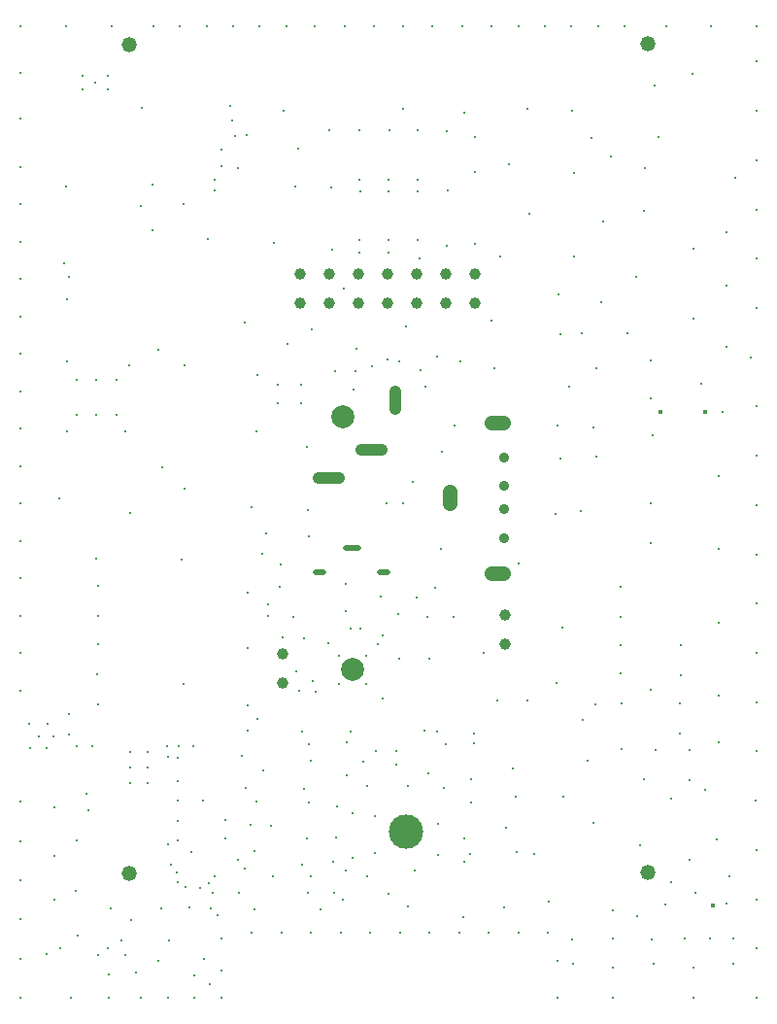
<source format=gbr>
%TF.GenerationSoftware,KiCad,Pcbnew,9.0.5*%
%TF.CreationDate,2026-01-12T16:44:49+01:00*%
%TF.ProjectId,ZumoComSystem,5a756d6f-436f-46d5-9379-7374656d2e6b,V1.2*%
%TF.SameCoordinates,Original*%
%TF.FileFunction,Plated,1,4,PTH,Mixed*%
%TF.FilePolarity,Positive*%
%FSLAX46Y46*%
G04 Gerber Fmt 4.6, Leading zero omitted, Abs format (unit mm)*
G04 Created by KiCad (PCBNEW 9.0.5) date 2026-01-12 16:44:49*
%MOMM*%
%LPD*%
G01*
G04 APERTURE LIST*
%TA.AperFunction,ViaDrill*%
%ADD10C,0.300000*%
%TD*%
%TA.AperFunction,ViaDrill*%
%ADD11C,0.400000*%
%TD*%
G04 aperture for slot hole*
%TA.AperFunction,ComponentDrill*%
%ADD12C,0.500000*%
%TD*%
%TA.AperFunction,ComponentDrill*%
%ADD13C,0.900000*%
%TD*%
%TA.AperFunction,ComponentDrill*%
%ADD14C,1.000000*%
%TD*%
G04 aperture for slot hole*
%TA.AperFunction,ComponentDrill*%
%ADD15C,1.000000*%
%TD*%
G04 aperture for slot hole*
%TA.AperFunction,ComponentDrill*%
%ADD16C,1.300000*%
%TD*%
%TA.AperFunction,ComponentDrill*%
%ADD17C,1.320000*%
%TD*%
%TA.AperFunction,ComponentDrill*%
%ADD18C,2.000000*%
%TD*%
%TA.AperFunction,ComponentDrill*%
%ADD19C,3.000000*%
%TD*%
G04 APERTURE END LIST*
D10*
X114900000Y-58900000D03*
X114900000Y-62950000D03*
X114900000Y-67000000D03*
X114900000Y-71200000D03*
X114900000Y-74457142D03*
X114900000Y-77714284D03*
X114900000Y-80971426D03*
X114900000Y-84228568D03*
X114900000Y-87485710D03*
X114900000Y-90742852D03*
X114900000Y-93999994D03*
X114900000Y-97257136D03*
X114900000Y-100514278D03*
X114900000Y-103771420D03*
X114900000Y-107028562D03*
X114900000Y-110285704D03*
X114900000Y-113542846D03*
X114900000Y-116800000D03*
X114900000Y-126500000D03*
X114900000Y-129920000D03*
X114900000Y-133340000D03*
X114900000Y-136760000D03*
X114900000Y-140180000D03*
X114900000Y-143600000D03*
X115700000Y-119700000D03*
X115800000Y-121800000D03*
X116500000Y-120800000D03*
X117200000Y-121800000D03*
X117200000Y-139800000D03*
X117300000Y-119700000D03*
X117800000Y-120800000D03*
X117850000Y-127000000D03*
X117850000Y-131200000D03*
X117850000Y-135000000D03*
X118300000Y-100100000D03*
X118400000Y-139250000D03*
X118710304Y-79554829D03*
X118900000Y-58900000D03*
X118900000Y-72900000D03*
X119000000Y-88100000D03*
X119000000Y-94200000D03*
X119009434Y-82709434D03*
X119150000Y-80750000D03*
X119158051Y-120641949D03*
X119190000Y-118850000D03*
X119300000Y-143600000D03*
X119750000Y-134250000D03*
X119800000Y-89700000D03*
X119800000Y-92800000D03*
X119800000Y-121700000D03*
X119800000Y-129900000D03*
X119950000Y-138130000D03*
X120300000Y-63200000D03*
X120300000Y-64400000D03*
X120700000Y-125800000D03*
X120830000Y-127250000D03*
X121200000Y-121700000D03*
X121400000Y-63800000D03*
X121500000Y-89710002D03*
X121500000Y-92789998D03*
X121541667Y-105347500D03*
X121600000Y-115400000D03*
X121680000Y-139875500D03*
X121700000Y-107700000D03*
X121700000Y-110300000D03*
X121700000Y-112800000D03*
X121700000Y-118000000D03*
X122500000Y-63200000D03*
X122500000Y-64400000D03*
X122502500Y-139277500D03*
X122600000Y-143600000D03*
X122620000Y-141515500D03*
X122800000Y-135800000D03*
X122900000Y-58900000D03*
X123300000Y-89710002D03*
X123300000Y-92789998D03*
X123700000Y-138600000D03*
X124040000Y-139875500D03*
X124100000Y-94200000D03*
X124400000Y-88500000D03*
X124500000Y-101347500D03*
X124500000Y-122200000D03*
X124500000Y-123500000D03*
X124500000Y-124900000D03*
X124599996Y-136795500D03*
X124950000Y-141400000D03*
X125400000Y-74600000D03*
X125400000Y-143600000D03*
X125470000Y-66040000D03*
X126000000Y-122200000D03*
X126000000Y-123500000D03*
X126000000Y-124900000D03*
X126400000Y-76700000D03*
X126460000Y-72730000D03*
X126500000Y-58900000D03*
X126900000Y-87100000D03*
X126900000Y-140400000D03*
X127200000Y-135800000D03*
X127280000Y-97375500D03*
X127700000Y-121700000D03*
X127800000Y-143600000D03*
X127800001Y-122550005D03*
X127800001Y-130200003D03*
X127900000Y-138600000D03*
X128000000Y-132000000D03*
X128564997Y-132705003D03*
X128590000Y-126440000D03*
X128590000Y-128190000D03*
X128600000Y-129900000D03*
X128610000Y-122700000D03*
X128610000Y-124680000D03*
X128650000Y-133510000D03*
X128699990Y-121654675D03*
X128820000Y-58900000D03*
X129000000Y-105400000D03*
X129100000Y-74400000D03*
X129100000Y-116200000D03*
X129200000Y-88500000D03*
X129200000Y-99200000D03*
X129340000Y-133930000D03*
X129680000Y-135730000D03*
X129790000Y-130900000D03*
X130000000Y-121700000D03*
X130100000Y-141600000D03*
X130100000Y-143600000D03*
X130599997Y-133989961D03*
X130810000Y-126360000D03*
X130900000Y-140200000D03*
X131140000Y-58900000D03*
X131240000Y-77460000D03*
X131335971Y-133615185D03*
X131430000Y-142400000D03*
X131500000Y-135830000D03*
X131640000Y-134420000D03*
X131810000Y-73260000D03*
X131830000Y-72270000D03*
X131860000Y-132970000D03*
X132110000Y-136410000D03*
X132400000Y-138400000D03*
X132400000Y-141260000D03*
X132400000Y-143600000D03*
X132454500Y-69700000D03*
X132454500Y-71100000D03*
X132800000Y-128100000D03*
X132800000Y-129700000D03*
X133194999Y-65894999D03*
X133334998Y-67165000D03*
X133460000Y-58900000D03*
X133633411Y-68523411D03*
X133850000Y-71260000D03*
X133900500Y-131600000D03*
X134000000Y-134414001D03*
X134220000Y-122470000D03*
X134470000Y-84750000D03*
X134500000Y-132300000D03*
X134520000Y-125300000D03*
X134600000Y-68440000D03*
X134700000Y-108300000D03*
X134700000Y-113100000D03*
X134700000Y-118100000D03*
X134750000Y-120335001D03*
X135000000Y-128500000D03*
X135100000Y-100824500D03*
X135100000Y-137900000D03*
X135300000Y-130800000D03*
X135350000Y-135890000D03*
X135447839Y-126447839D03*
X135500000Y-94200000D03*
X135550000Y-89300000D03*
X135575500Y-119300000D03*
X135780000Y-58900000D03*
X136000000Y-104900000D03*
X136100000Y-123800000D03*
X136300000Y-103100000D03*
X136500000Y-110300000D03*
X136530000Y-109280000D03*
X136800000Y-128600000D03*
X136900000Y-133000000D03*
X137030000Y-77830000D03*
X137367500Y-90200000D03*
X137367500Y-91800000D03*
X137500000Y-107800000D03*
X137600000Y-105800000D03*
X137680000Y-137900000D03*
X137760000Y-112160000D03*
X137900000Y-66300000D03*
X138100000Y-58900000D03*
X138200000Y-86600000D03*
X138670000Y-110410000D03*
X138900000Y-72900000D03*
X138933895Y-115129500D03*
X139100000Y-69600000D03*
X139180000Y-116870000D03*
X139367500Y-90200000D03*
X139367500Y-91800000D03*
X139500000Y-120380000D03*
X139510000Y-131990000D03*
X139600000Y-125400000D03*
X139658365Y-112270957D03*
X139850000Y-95600000D03*
X139900000Y-129700000D03*
X139960000Y-134414001D03*
X140000000Y-101100000D03*
X140100000Y-103400000D03*
X140100000Y-121500000D03*
X140100000Y-126600000D03*
X140200000Y-122900000D03*
X140200000Y-133000000D03*
X140260000Y-137900000D03*
X140330000Y-85380000D03*
X140360018Y-115963850D03*
X140600000Y-58900000D03*
X140624500Y-116937142D03*
X141069548Y-135890000D03*
X141730010Y-112705000D03*
X141860000Y-68010000D03*
X142010000Y-72960000D03*
X142080000Y-78380000D03*
X142160000Y-131730000D03*
X142220000Y-134414001D03*
X142360000Y-88960500D03*
X142430000Y-129603932D03*
X142490000Y-126890000D03*
X142675000Y-113805000D03*
X142675000Y-116205000D03*
X142840000Y-137900000D03*
X143060001Y-135040000D03*
X143150000Y-81750000D03*
X143200000Y-58900000D03*
X143250000Y-107550000D03*
X143250000Y-109870000D03*
X143300000Y-132500000D03*
X143400000Y-121300000D03*
X143400000Y-124200000D03*
X143700000Y-111425000D03*
X143700000Y-120400000D03*
X143880000Y-127530000D03*
X143890000Y-131430000D03*
X143980000Y-90600000D03*
X144150000Y-89010000D03*
X144190000Y-87025000D03*
X144440000Y-68020000D03*
X144460000Y-72320000D03*
X144460000Y-77560000D03*
X144460000Y-78640000D03*
X144520000Y-73340000D03*
X144550000Y-111425000D03*
X144760000Y-122980000D03*
X145075000Y-113805000D03*
X145075000Y-116205000D03*
X145100000Y-125100000D03*
X145120003Y-132980000D03*
X145420000Y-137900000D03*
X145550000Y-88530000D03*
X145700000Y-58900000D03*
X145800000Y-127750000D03*
X145800000Y-131000000D03*
X145880000Y-122060000D03*
X146110000Y-112770000D03*
X146330000Y-108650000D03*
X146500000Y-112010000D03*
X146500000Y-117500000D03*
X146815332Y-100500000D03*
X146900000Y-88000000D03*
X147000000Y-72340000D03*
X147000000Y-73350000D03*
X147000000Y-77570000D03*
X147000000Y-78640000D03*
X147000000Y-134530000D03*
X147090000Y-68020000D03*
X147700000Y-122052000D03*
X147720000Y-123302000D03*
X147870000Y-110110000D03*
X147958411Y-88108411D03*
X147960000Y-114005000D03*
X148000000Y-137900000D03*
X148280000Y-66140000D03*
X148300000Y-58900000D03*
X148300000Y-100500000D03*
X148500000Y-85100000D03*
X148700000Y-125100000D03*
X148700000Y-135600000D03*
X149100000Y-98600000D03*
X149310000Y-132520000D03*
X149490000Y-108670000D03*
X149530000Y-73290000D03*
X149540000Y-72330000D03*
X149540000Y-77560000D03*
X149560000Y-67990000D03*
X149739115Y-79157252D03*
X149770000Y-88900000D03*
X150175000Y-120340000D03*
X150238435Y-90294500D03*
X150370000Y-110400000D03*
X150500000Y-124000000D03*
X150580000Y-137900000D03*
X150600000Y-114000000D03*
X150800000Y-58900000D03*
X151100000Y-107900000D03*
X151200000Y-87700000D03*
X151200000Y-120400000D03*
X151360000Y-128450000D03*
X151360000Y-131110000D03*
X151600000Y-104500000D03*
X151700000Y-96000000D03*
X151800000Y-125300000D03*
X151960000Y-121490000D03*
X152070000Y-68040000D03*
X152090000Y-78050000D03*
X152140000Y-73190000D03*
X152700000Y-110400000D03*
X152770000Y-93690000D03*
X153160000Y-137900000D03*
X153260000Y-88150000D03*
X153400000Y-58900000D03*
X153541667Y-136547500D03*
X153580000Y-66480000D03*
X153580000Y-131750000D03*
X153630000Y-129700000D03*
X154100000Y-131100000D03*
X154200000Y-124560000D03*
X154200000Y-126600000D03*
X154460622Y-120550000D03*
X154460622Y-121400000D03*
X154500000Y-68547500D03*
X154500000Y-71665000D03*
X154500000Y-77900000D03*
X155300000Y-113500000D03*
X155740000Y-137880000D03*
X155941667Y-84547500D03*
X156000000Y-58900000D03*
X156200000Y-88700000D03*
X156500000Y-117700000D03*
X156741667Y-78947500D03*
X157090000Y-135700000D03*
X157250000Y-128750000D03*
X157541667Y-70947500D03*
X157860000Y-123570000D03*
X158100000Y-126044500D03*
X158150000Y-130925000D03*
X158320000Y-58900000D03*
X158320000Y-137950000D03*
X158350000Y-105750000D03*
X159130000Y-117720000D03*
X159141667Y-66147500D03*
X159280000Y-75250000D03*
X159693750Y-131093750D03*
X160640000Y-58900000D03*
X160900000Y-137900000D03*
X161000000Y-135200000D03*
X161590000Y-101400000D03*
X161680000Y-116170000D03*
X161700000Y-140400000D03*
X161700000Y-143600000D03*
X161760000Y-93760000D03*
X161800000Y-82300000D03*
X161980000Y-96570000D03*
X162000000Y-85800000D03*
X162180000Y-111370000D03*
X162258411Y-126058411D03*
X162780000Y-90320000D03*
X162960000Y-58900000D03*
X162987498Y-138500000D03*
X163000000Y-66300000D03*
X163100000Y-140650000D03*
X163141667Y-71747500D03*
X163141667Y-78947500D03*
X163800000Y-101200000D03*
X163850000Y-85650000D03*
X163950000Y-119400000D03*
X164400000Y-122900000D03*
X164690000Y-68690000D03*
X164850000Y-128350000D03*
X164900000Y-93850000D03*
X165000002Y-118000000D03*
X165080000Y-96400000D03*
X165100000Y-88700000D03*
X165280000Y-58900000D03*
X165541667Y-82947500D03*
X165700000Y-75900000D03*
X166400000Y-70300000D03*
X166600000Y-136000000D03*
X166600000Y-138421934D03*
X166600000Y-141000000D03*
X166600000Y-143600000D03*
X167250000Y-107747500D03*
X167250000Y-110360000D03*
X167250000Y-112850000D03*
X167250000Y-115300000D03*
X167300000Y-117950000D03*
X167350000Y-121900000D03*
X167600000Y-58900000D03*
X167850000Y-85700000D03*
X168600000Y-80800000D03*
X168710000Y-136510000D03*
X168900000Y-130300000D03*
X169250000Y-124550000D03*
X169300000Y-75000000D03*
X169370000Y-71270000D03*
X169830000Y-103960000D03*
X169850000Y-91350000D03*
X169850000Y-116750000D03*
X169900000Y-88050000D03*
X169900000Y-100460000D03*
X169987498Y-138500000D03*
X170050000Y-94600000D03*
X170100000Y-140650000D03*
X170200000Y-64100000D03*
X170250000Y-122000000D03*
X170500000Y-68600000D03*
X171100000Y-135500000D03*
X171200000Y-58900000D03*
X171620000Y-133520000D03*
X171656713Y-126199500D03*
X172375000Y-120550000D03*
X172400000Y-117950000D03*
X172450000Y-112850000D03*
X172450000Y-115450000D03*
X172800000Y-138400000D03*
X173210000Y-131570000D03*
X173275500Y-122000000D03*
X173275500Y-124660000D03*
X173540000Y-63110000D03*
X173600000Y-78300000D03*
X173600000Y-84400000D03*
X173600000Y-141000000D03*
X173600000Y-143600000D03*
X173730000Y-134410000D03*
X174300000Y-90050000D03*
X174600000Y-125500000D03*
X175000000Y-138400000D03*
X175150000Y-58947500D03*
X175650000Y-129800000D03*
X175800000Y-98100000D03*
X175800000Y-104500000D03*
X175800000Y-110900000D03*
X175800000Y-117300000D03*
X175800000Y-121300000D03*
X176100000Y-92500000D03*
X176500000Y-76900000D03*
X176500000Y-81500000D03*
X176500000Y-86900000D03*
X176500953Y-135374367D03*
X176700000Y-133000000D03*
X177043750Y-138443750D03*
X177100000Y-140650000D03*
X177200000Y-72100000D03*
X178600000Y-87768416D03*
X179000000Y-126421040D03*
X179100000Y-58900000D03*
X179100000Y-62000000D03*
X179100000Y-66294736D03*
X179100000Y-70589472D03*
X179100000Y-74884208D03*
X179100000Y-79178944D03*
X179100000Y-83473680D03*
X179100000Y-92063152D03*
X179100000Y-96357888D03*
X179100000Y-100652624D03*
X179100000Y-104947360D03*
X179100000Y-109242096D03*
X179100000Y-113536832D03*
X179100000Y-117831568D03*
X179100000Y-122126304D03*
X179100000Y-135010512D03*
X179100000Y-139305248D03*
X179100000Y-143600000D03*
X179110000Y-130715776D03*
D11*
X170700000Y-92500000D03*
X174600001Y-92500001D03*
X175245074Y-135504926D03*
D12*
%TO.C,J7*%
X140650000Y-106525000D02*
X141350000Y-106525000D01*
X143250000Y-104375000D02*
X144350000Y-104375000D01*
X146250000Y-106525000D02*
X146950000Y-106525000D01*
D13*
%TO.C,J1*%
X157085000Y-96500000D03*
X157085000Y-99000000D03*
X157085000Y-101000000D03*
X157085000Y-103500000D03*
D14*
%TO.C,TP7*%
X137800000Y-113600000D03*
X137800000Y-116140000D03*
%TO.C,J4*%
X139335000Y-80485000D03*
X139335000Y-83025000D03*
D15*
%TO.C,J6*%
X142700000Y-98300000D02*
X140900000Y-98300000D01*
D14*
%TO.C,J4*%
X141875000Y-80485000D03*
X141875000Y-83025000D03*
X144415000Y-80485000D03*
X144415000Y-83025000D03*
D15*
%TO.C,J6*%
X146400000Y-95800000D02*
X144600000Y-95800000D01*
D14*
%TO.C,J4*%
X146955000Y-80485000D03*
X146955000Y-83025000D03*
D15*
%TO.C,J6*%
X147600000Y-92250000D02*
X147600000Y-90750000D01*
D14*
%TO.C,J4*%
X149495000Y-80485000D03*
X149495000Y-83025000D03*
X152035000Y-80485000D03*
X152035000Y-83025000D03*
X154575000Y-80485000D03*
X154575000Y-83025000D03*
%TO.C,TP5*%
X157200000Y-110235000D03*
X157200000Y-112775000D03*
D16*
%TO.C,J1*%
X152305000Y-99500000D02*
X152305000Y-100500000D01*
X156985000Y-93430000D02*
X155985000Y-93430000D01*
X155985000Y-106570000D02*
X156985000Y-106570000D01*
D17*
%TO.C,BT1*%
X124400000Y-60490000D03*
X124400000Y-132710000D03*
%TO.C,BT2*%
X169600000Y-60480000D03*
X169600000Y-132700000D03*
D18*
%TO.C,J6*%
X143000000Y-93000000D03*
%TO.C,U2*%
X143875000Y-115005000D03*
D19*
%TO.C,U1*%
X148500000Y-129130000D03*
M02*

</source>
